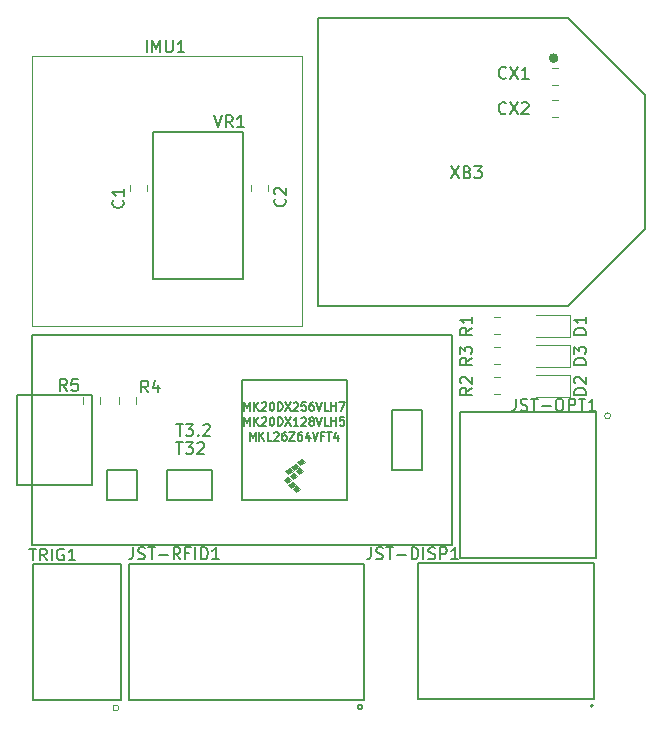
<source format=gto>
G04 #@! TF.GenerationSoftware,KiCad,Pcbnew,(5.1.2)-2*
G04 #@! TF.CreationDate,2019-09-19T18:24:46+10:00*
G04 #@! TF.ProjectId,Smart_eNERF_Gun,536d6172-745f-4654-9e45-52465f47756e,4.5*
G04 #@! TF.SameCoordinates,Original*
G04 #@! TF.FileFunction,Legend,Top*
G04 #@! TF.FilePolarity,Positive*
%FSLAX46Y46*%
G04 Gerber Fmt 4.6, Leading zero omitted, Abs format (unit mm)*
G04 Created by KiCad (PCBNEW (5.1.2)-2) date 2019-09-19 18:24:46*
%MOMM*%
%LPD*%
G04 APERTURE LIST*
%ADD10C,0.120000*%
%ADD11C,0.127000*%
%ADD12C,0.150000*%
%ADD13C,0.100000*%
%ADD14C,0.400000*%
%ADD15C,0.200000*%
G04 APERTURE END LIST*
D10*
X71706000Y-82466252D02*
X71706000Y-81943748D01*
X70286000Y-82466252D02*
X70286000Y-81943748D01*
D11*
X61989000Y-89907000D02*
X61989000Y-77507000D01*
X69589000Y-89907000D02*
X61989000Y-89907000D01*
X69589000Y-77507000D02*
X69589000Y-89907000D01*
X61989000Y-77507000D02*
X69589000Y-77507000D01*
D12*
X51692000Y-107342000D02*
X50422000Y-107342000D01*
X50422000Y-107342000D02*
X50422000Y-99722000D01*
X50422000Y-99722000D02*
X51692000Y-99722000D01*
X63122000Y-108612000D02*
X66932000Y-108612000D01*
X66932000Y-108612000D02*
X66932000Y-106072000D01*
X66932000Y-106072000D02*
X63122000Y-106072000D01*
X63122000Y-106072000D02*
X63122000Y-108612000D01*
X56772000Y-107342000D02*
X56772000Y-99722000D01*
X56772000Y-99722000D02*
X51692000Y-99722000D01*
X56772000Y-107342000D02*
X51692000Y-107342000D01*
X58042000Y-108612000D02*
X60582000Y-108612000D01*
X60582000Y-108612000D02*
X60582000Y-106072000D01*
X60582000Y-106072000D02*
X58042000Y-106072000D01*
X58042000Y-106072000D02*
X58042000Y-108612000D01*
X84712000Y-100992000D02*
X84712000Y-106072000D01*
X84712000Y-106072000D02*
X82172000Y-106072000D01*
X82172000Y-106072000D02*
X82172000Y-100992000D01*
X82172000Y-100992000D02*
X84712000Y-100992000D01*
X78362000Y-108612000D02*
X78362000Y-98452000D01*
X69472000Y-98452000D02*
X69472000Y-108612000D01*
X78362000Y-98452000D02*
X69472000Y-98452000D01*
X78362000Y-108612000D02*
X69472000Y-108612000D01*
X51692000Y-94642000D02*
X87252000Y-94642000D01*
X87252000Y-94642000D02*
X87252000Y-112422000D01*
X87252000Y-112422000D02*
X51692000Y-112422000D01*
X51692000Y-112422000D02*
X51692000Y-94642000D01*
D13*
G36*
X73409000Y-106453000D02*
G01*
X73155000Y-106199000D01*
X73536000Y-105945000D01*
X73790000Y-106199000D01*
X73409000Y-106453000D01*
G37*
X73409000Y-106453000D02*
X73155000Y-106199000D01*
X73536000Y-105945000D01*
X73790000Y-106199000D01*
X73409000Y-106453000D01*
G36*
X73790000Y-106834000D02*
G01*
X73536000Y-106580000D01*
X73917000Y-106326000D01*
X74171000Y-106580000D01*
X73790000Y-106834000D01*
G37*
X73790000Y-106834000D02*
X73536000Y-106580000D01*
X73917000Y-106326000D01*
X74171000Y-106580000D01*
X73790000Y-106834000D01*
G36*
X74425000Y-105691000D02*
G01*
X74171000Y-105437000D01*
X74552000Y-105183000D01*
X74806000Y-105437000D01*
X74425000Y-105691000D01*
G37*
X74425000Y-105691000D02*
X74171000Y-105437000D01*
X74552000Y-105183000D01*
X74806000Y-105437000D01*
X74425000Y-105691000D01*
G36*
X73663000Y-107596000D02*
G01*
X73409000Y-107342000D01*
X73790000Y-107088000D01*
X74044000Y-107342000D01*
X73663000Y-107596000D01*
G37*
X73663000Y-107596000D02*
X73409000Y-107342000D01*
X73790000Y-107088000D01*
X74044000Y-107342000D01*
X73663000Y-107596000D01*
G36*
X73917000Y-106072000D02*
G01*
X73663000Y-105818000D01*
X74044000Y-105564000D01*
X74298000Y-105818000D01*
X73917000Y-106072000D01*
G37*
X73917000Y-106072000D02*
X73663000Y-105818000D01*
X74044000Y-105564000D01*
X74298000Y-105818000D01*
X73917000Y-106072000D01*
G36*
X74044000Y-107977000D02*
G01*
X73790000Y-107723000D01*
X74171000Y-107469000D01*
X74425000Y-107723000D01*
X74044000Y-107977000D01*
G37*
X74044000Y-107977000D02*
X73790000Y-107723000D01*
X74171000Y-107469000D01*
X74425000Y-107723000D01*
X74044000Y-107977000D01*
G36*
X73282000Y-107215000D02*
G01*
X73028000Y-106961000D01*
X73409000Y-106707000D01*
X73663000Y-106961000D01*
X73282000Y-107215000D01*
G37*
X73282000Y-107215000D02*
X73028000Y-106961000D01*
X73409000Y-106707000D01*
X73663000Y-106961000D01*
X73282000Y-107215000D01*
G36*
X74298000Y-106453000D02*
G01*
X74044000Y-106199000D01*
X74425000Y-105945000D01*
X74679000Y-106199000D01*
X74298000Y-106453000D01*
G37*
X74298000Y-106453000D02*
X74044000Y-106199000D01*
X74425000Y-105945000D01*
X74679000Y-106199000D01*
X74298000Y-106453000D01*
D11*
X79800000Y-118538000D02*
X79800000Y-125538000D01*
X79800000Y-118518000D02*
X79800000Y-118538000D01*
X79702000Y-126138000D02*
G75*
G03X79702000Y-126138000I-200000J0D01*
G01*
X79800000Y-114038000D02*
X79800000Y-118518000D01*
X59900000Y-114038000D02*
X79800000Y-114038000D01*
X59900000Y-125538000D02*
X59900000Y-114038000D01*
X79800000Y-125538000D02*
X59900000Y-125538000D01*
X75974400Y-92229000D02*
X75974400Y-67845000D01*
D14*
X96092000Y-71209000D02*
G75*
G03X96092000Y-71209000I-200000J0D01*
G01*
D11*
X75974400Y-67845000D02*
X97081800Y-67845000D01*
X97081800Y-67845000D02*
X103609600Y-74372800D01*
X103609600Y-74372800D02*
X103609600Y-85701200D01*
X97081800Y-92229000D02*
X103609600Y-85701200D01*
X97081800Y-92229000D02*
X75974400Y-92229000D01*
D10*
X61419000Y-82457252D02*
X61419000Y-81934748D01*
X59999000Y-82457252D02*
X59999000Y-81934748D01*
X97240000Y-92920000D02*
X94380000Y-92920000D01*
X97240000Y-94840000D02*
X97240000Y-92920000D01*
X94380000Y-94840000D02*
X97240000Y-94840000D01*
X97240000Y-98000000D02*
X94380000Y-98000000D01*
X97240000Y-99920000D02*
X97240000Y-98000000D01*
X94380000Y-99920000D02*
X97240000Y-99920000D01*
X97240000Y-95460000D02*
X94380000Y-95460000D01*
X97240000Y-97380000D02*
X97240000Y-95460000D01*
X94380000Y-97380000D02*
X97240000Y-97380000D01*
X51692000Y-71020000D02*
X51692000Y-93880000D01*
X74552000Y-71020000D02*
X51692000Y-71020000D01*
X74552000Y-93880000D02*
X74552000Y-71020000D01*
X51692000Y-93880000D02*
X74552000Y-93880000D01*
D15*
X99210000Y-126032000D02*
G75*
G03X99210000Y-126032000I-100000J0D01*
G01*
D11*
X84374000Y-125432000D02*
X84374000Y-113932000D01*
X99274000Y-125432000D02*
X84374000Y-125432000D01*
X99274000Y-113932000D02*
X99274000Y-125432000D01*
X84374000Y-113932000D02*
X99274000Y-113932000D01*
D13*
X100714000Y-101500000D02*
G75*
G03X100714000Y-101500000I-254000J0D01*
G01*
D11*
X88000000Y-101142000D02*
X99500000Y-101142000D01*
X88000000Y-113542000D02*
X88000000Y-101142000D01*
X99500000Y-113542000D02*
X88000000Y-113542000D01*
X99500000Y-101142000D02*
X99500000Y-113542000D01*
D10*
X91323252Y-93170000D02*
X90800748Y-93170000D01*
X91323252Y-94590000D02*
X90800748Y-94590000D01*
X91323252Y-98250000D02*
X90800748Y-98250000D01*
X91323252Y-99670000D02*
X90800748Y-99670000D01*
X91323252Y-95710000D02*
X90800748Y-95710000D01*
X91323252Y-97130000D02*
X90800748Y-97130000D01*
X59107000Y-99941748D02*
X59107000Y-100464252D01*
X60527000Y-99941748D02*
X60527000Y-100464252D01*
X56040000Y-99941748D02*
X56040000Y-100464252D01*
X57460000Y-99941748D02*
X57460000Y-100464252D01*
D13*
X59080400Y-126238000D02*
G75*
G03X59080400Y-126238000I-254000J0D01*
G01*
D11*
X59224400Y-114032000D02*
X59224400Y-125532000D01*
X51824400Y-114032000D02*
X59224400Y-114032000D01*
X51824400Y-125532000D02*
X51824400Y-114032000D01*
X59224400Y-125532000D02*
X51824400Y-125532000D01*
D10*
X96261252Y-73460000D02*
X95738748Y-73460000D01*
X96261252Y-72040000D02*
X95738748Y-72040000D01*
X96261252Y-74790000D02*
X95738748Y-74790000D01*
X96261252Y-76210000D02*
X95738748Y-76210000D01*
D12*
X73131142Y-83124666D02*
X73178761Y-83172285D01*
X73226380Y-83315142D01*
X73226380Y-83410380D01*
X73178761Y-83553238D01*
X73083523Y-83648476D01*
X72988285Y-83696095D01*
X72797809Y-83743714D01*
X72654952Y-83743714D01*
X72464476Y-83696095D01*
X72369238Y-83648476D01*
X72274000Y-83553238D01*
X72226380Y-83410380D01*
X72226380Y-83315142D01*
X72274000Y-83172285D01*
X72321619Y-83124666D01*
X72321619Y-82743714D02*
X72274000Y-82696095D01*
X72226380Y-82600857D01*
X72226380Y-82362761D01*
X72274000Y-82267523D01*
X72321619Y-82219904D01*
X72416857Y-82172285D01*
X72512095Y-82172285D01*
X72654952Y-82219904D01*
X73226380Y-82791333D01*
X73226380Y-82172285D01*
X67146476Y-76060380D02*
X67479809Y-77060380D01*
X67813142Y-76060380D01*
X68717904Y-77060380D02*
X68384571Y-76584190D01*
X68146476Y-77060380D02*
X68146476Y-76060380D01*
X68527428Y-76060380D01*
X68622666Y-76108000D01*
X68670285Y-76155619D01*
X68717904Y-76250857D01*
X68717904Y-76393714D01*
X68670285Y-76488952D01*
X68622666Y-76536571D01*
X68527428Y-76584190D01*
X68146476Y-76584190D01*
X69670285Y-77060380D02*
X69098857Y-77060380D01*
X69384571Y-77060380D02*
X69384571Y-76060380D01*
X69289333Y-76203238D01*
X69194095Y-76298476D01*
X69098857Y-76346095D01*
X63912904Y-103719380D02*
X64484333Y-103719380D01*
X64198619Y-104719380D02*
X64198619Y-103719380D01*
X64722428Y-103719380D02*
X65341476Y-103719380D01*
X65008142Y-104100333D01*
X65151000Y-104100333D01*
X65246238Y-104147952D01*
X65293857Y-104195571D01*
X65341476Y-104290809D01*
X65341476Y-104528904D01*
X65293857Y-104624142D01*
X65246238Y-104671761D01*
X65151000Y-104719380D01*
X64865285Y-104719380D01*
X64770047Y-104671761D01*
X64722428Y-104624142D01*
X65722428Y-103814619D02*
X65770047Y-103767000D01*
X65865285Y-103719380D01*
X66103380Y-103719380D01*
X66198619Y-103767000D01*
X66246238Y-103814619D01*
X66293857Y-103909857D01*
X66293857Y-104005095D01*
X66246238Y-104147952D01*
X65674809Y-104719380D01*
X66293857Y-104719380D01*
X63928809Y-102195380D02*
X64500238Y-102195380D01*
X64214523Y-103195380D02*
X64214523Y-102195380D01*
X64738333Y-102195380D02*
X65357380Y-102195380D01*
X65024047Y-102576333D01*
X65166904Y-102576333D01*
X65262142Y-102623952D01*
X65309761Y-102671571D01*
X65357380Y-102766809D01*
X65357380Y-103004904D01*
X65309761Y-103100142D01*
X65262142Y-103147761D01*
X65166904Y-103195380D01*
X64881190Y-103195380D01*
X64785952Y-103147761D01*
X64738333Y-103100142D01*
X65785952Y-103100142D02*
X65833571Y-103147761D01*
X65785952Y-103195380D01*
X65738333Y-103147761D01*
X65785952Y-103100142D01*
X65785952Y-103195380D01*
X66214523Y-102290619D02*
X66262142Y-102243000D01*
X66357380Y-102195380D01*
X66595476Y-102195380D01*
X66690714Y-102243000D01*
X66738333Y-102290619D01*
X66785952Y-102385857D01*
X66785952Y-102481095D01*
X66738333Y-102623952D01*
X66166904Y-103195380D01*
X66785952Y-103195380D01*
X69700333Y-101054666D02*
X69700333Y-100354666D01*
X69933666Y-100854666D01*
X70167000Y-100354666D01*
X70167000Y-101054666D01*
X70500333Y-101054666D02*
X70500333Y-100354666D01*
X70900333Y-101054666D02*
X70600333Y-100654666D01*
X70900333Y-100354666D02*
X70500333Y-100754666D01*
X71167000Y-100421333D02*
X71200333Y-100388000D01*
X71267000Y-100354666D01*
X71433666Y-100354666D01*
X71500333Y-100388000D01*
X71533666Y-100421333D01*
X71567000Y-100488000D01*
X71567000Y-100554666D01*
X71533666Y-100654666D01*
X71133666Y-101054666D01*
X71567000Y-101054666D01*
X72000333Y-100354666D02*
X72067000Y-100354666D01*
X72133666Y-100388000D01*
X72167000Y-100421333D01*
X72200333Y-100488000D01*
X72233666Y-100621333D01*
X72233666Y-100788000D01*
X72200333Y-100921333D01*
X72167000Y-100988000D01*
X72133666Y-101021333D01*
X72067000Y-101054666D01*
X72000333Y-101054666D01*
X71933666Y-101021333D01*
X71900333Y-100988000D01*
X71867000Y-100921333D01*
X71833666Y-100788000D01*
X71833666Y-100621333D01*
X71867000Y-100488000D01*
X71900333Y-100421333D01*
X71933666Y-100388000D01*
X72000333Y-100354666D01*
X72533666Y-101054666D02*
X72533666Y-100354666D01*
X72700333Y-100354666D01*
X72800333Y-100388000D01*
X72867000Y-100454666D01*
X72900333Y-100521333D01*
X72933666Y-100654666D01*
X72933666Y-100754666D01*
X72900333Y-100888000D01*
X72867000Y-100954666D01*
X72800333Y-101021333D01*
X72700333Y-101054666D01*
X72533666Y-101054666D01*
X73167000Y-100354666D02*
X73633666Y-101054666D01*
X73633666Y-100354666D02*
X73167000Y-101054666D01*
X73867000Y-100421333D02*
X73900333Y-100388000D01*
X73967000Y-100354666D01*
X74133666Y-100354666D01*
X74200333Y-100388000D01*
X74233666Y-100421333D01*
X74267000Y-100488000D01*
X74267000Y-100554666D01*
X74233666Y-100654666D01*
X73833666Y-101054666D01*
X74267000Y-101054666D01*
X74900333Y-100354666D02*
X74567000Y-100354666D01*
X74533666Y-100688000D01*
X74567000Y-100654666D01*
X74633666Y-100621333D01*
X74800333Y-100621333D01*
X74867000Y-100654666D01*
X74900333Y-100688000D01*
X74933666Y-100754666D01*
X74933666Y-100921333D01*
X74900333Y-100988000D01*
X74867000Y-101021333D01*
X74800333Y-101054666D01*
X74633666Y-101054666D01*
X74567000Y-101021333D01*
X74533666Y-100988000D01*
X75533666Y-100354666D02*
X75400333Y-100354666D01*
X75333666Y-100388000D01*
X75300333Y-100421333D01*
X75233666Y-100521333D01*
X75200333Y-100654666D01*
X75200333Y-100921333D01*
X75233666Y-100988000D01*
X75267000Y-101021333D01*
X75333666Y-101054666D01*
X75467000Y-101054666D01*
X75533666Y-101021333D01*
X75567000Y-100988000D01*
X75600333Y-100921333D01*
X75600333Y-100754666D01*
X75567000Y-100688000D01*
X75533666Y-100654666D01*
X75467000Y-100621333D01*
X75333666Y-100621333D01*
X75267000Y-100654666D01*
X75233666Y-100688000D01*
X75200333Y-100754666D01*
X75800333Y-100354666D02*
X76033666Y-101054666D01*
X76267000Y-100354666D01*
X76833666Y-101054666D02*
X76500333Y-101054666D01*
X76500333Y-100354666D01*
X77067000Y-101054666D02*
X77067000Y-100354666D01*
X77067000Y-100688000D02*
X77467000Y-100688000D01*
X77467000Y-101054666D02*
X77467000Y-100354666D01*
X77733666Y-100354666D02*
X78200333Y-100354666D01*
X77900333Y-101054666D01*
X70183666Y-103594666D02*
X70183666Y-102894666D01*
X70417000Y-103394666D01*
X70650333Y-102894666D01*
X70650333Y-103594666D01*
X70983666Y-103594666D02*
X70983666Y-102894666D01*
X71383666Y-103594666D02*
X71083666Y-103194666D01*
X71383666Y-102894666D02*
X70983666Y-103294666D01*
X72017000Y-103594666D02*
X71683666Y-103594666D01*
X71683666Y-102894666D01*
X72217000Y-102961333D02*
X72250333Y-102928000D01*
X72317000Y-102894666D01*
X72483666Y-102894666D01*
X72550333Y-102928000D01*
X72583666Y-102961333D01*
X72617000Y-103028000D01*
X72617000Y-103094666D01*
X72583666Y-103194666D01*
X72183666Y-103594666D01*
X72617000Y-103594666D01*
X73217000Y-102894666D02*
X73083666Y-102894666D01*
X73017000Y-102928000D01*
X72983666Y-102961333D01*
X72917000Y-103061333D01*
X72883666Y-103194666D01*
X72883666Y-103461333D01*
X72917000Y-103528000D01*
X72950333Y-103561333D01*
X73017000Y-103594666D01*
X73150333Y-103594666D01*
X73217000Y-103561333D01*
X73250333Y-103528000D01*
X73283666Y-103461333D01*
X73283666Y-103294666D01*
X73250333Y-103228000D01*
X73217000Y-103194666D01*
X73150333Y-103161333D01*
X73017000Y-103161333D01*
X72950333Y-103194666D01*
X72917000Y-103228000D01*
X72883666Y-103294666D01*
X73517000Y-102894666D02*
X73983666Y-102894666D01*
X73517000Y-103594666D01*
X73983666Y-103594666D01*
X74550333Y-102894666D02*
X74417000Y-102894666D01*
X74350333Y-102928000D01*
X74317000Y-102961333D01*
X74250333Y-103061333D01*
X74217000Y-103194666D01*
X74217000Y-103461333D01*
X74250333Y-103528000D01*
X74283666Y-103561333D01*
X74350333Y-103594666D01*
X74483666Y-103594666D01*
X74550333Y-103561333D01*
X74583666Y-103528000D01*
X74617000Y-103461333D01*
X74617000Y-103294666D01*
X74583666Y-103228000D01*
X74550333Y-103194666D01*
X74483666Y-103161333D01*
X74350333Y-103161333D01*
X74283666Y-103194666D01*
X74250333Y-103228000D01*
X74217000Y-103294666D01*
X75217000Y-103128000D02*
X75217000Y-103594666D01*
X75050333Y-102861333D02*
X74883666Y-103361333D01*
X75317000Y-103361333D01*
X75483666Y-102894666D02*
X75717000Y-103594666D01*
X75950333Y-102894666D01*
X76417000Y-103228000D02*
X76183666Y-103228000D01*
X76183666Y-103594666D02*
X76183666Y-102894666D01*
X76517000Y-102894666D01*
X76683666Y-102894666D02*
X77083666Y-102894666D01*
X76883666Y-103594666D02*
X76883666Y-102894666D01*
X77617000Y-103128000D02*
X77617000Y-103594666D01*
X77450333Y-102861333D02*
X77283666Y-103361333D01*
X77717000Y-103361333D01*
X69700333Y-102324666D02*
X69700333Y-101624666D01*
X69933666Y-102124666D01*
X70167000Y-101624666D01*
X70167000Y-102324666D01*
X70500333Y-102324666D02*
X70500333Y-101624666D01*
X70900333Y-102324666D02*
X70600333Y-101924666D01*
X70900333Y-101624666D02*
X70500333Y-102024666D01*
X71167000Y-101691333D02*
X71200333Y-101658000D01*
X71267000Y-101624666D01*
X71433666Y-101624666D01*
X71500333Y-101658000D01*
X71533666Y-101691333D01*
X71567000Y-101758000D01*
X71567000Y-101824666D01*
X71533666Y-101924666D01*
X71133666Y-102324666D01*
X71567000Y-102324666D01*
X72000333Y-101624666D02*
X72067000Y-101624666D01*
X72133666Y-101658000D01*
X72167000Y-101691333D01*
X72200333Y-101758000D01*
X72233666Y-101891333D01*
X72233666Y-102058000D01*
X72200333Y-102191333D01*
X72167000Y-102258000D01*
X72133666Y-102291333D01*
X72067000Y-102324666D01*
X72000333Y-102324666D01*
X71933666Y-102291333D01*
X71900333Y-102258000D01*
X71867000Y-102191333D01*
X71833666Y-102058000D01*
X71833666Y-101891333D01*
X71867000Y-101758000D01*
X71900333Y-101691333D01*
X71933666Y-101658000D01*
X72000333Y-101624666D01*
X72533666Y-102324666D02*
X72533666Y-101624666D01*
X72700333Y-101624666D01*
X72800333Y-101658000D01*
X72867000Y-101724666D01*
X72900333Y-101791333D01*
X72933666Y-101924666D01*
X72933666Y-102024666D01*
X72900333Y-102158000D01*
X72867000Y-102224666D01*
X72800333Y-102291333D01*
X72700333Y-102324666D01*
X72533666Y-102324666D01*
X73167000Y-101624666D02*
X73633666Y-102324666D01*
X73633666Y-101624666D02*
X73167000Y-102324666D01*
X74267000Y-102324666D02*
X73867000Y-102324666D01*
X74067000Y-102324666D02*
X74067000Y-101624666D01*
X74000333Y-101724666D01*
X73933666Y-101791333D01*
X73867000Y-101824666D01*
X74533666Y-101691333D02*
X74567000Y-101658000D01*
X74633666Y-101624666D01*
X74800333Y-101624666D01*
X74867000Y-101658000D01*
X74900333Y-101691333D01*
X74933666Y-101758000D01*
X74933666Y-101824666D01*
X74900333Y-101924666D01*
X74500333Y-102324666D01*
X74933666Y-102324666D01*
X75333666Y-101924666D02*
X75267000Y-101891333D01*
X75233666Y-101858000D01*
X75200333Y-101791333D01*
X75200333Y-101758000D01*
X75233666Y-101691333D01*
X75267000Y-101658000D01*
X75333666Y-101624666D01*
X75467000Y-101624666D01*
X75533666Y-101658000D01*
X75567000Y-101691333D01*
X75600333Y-101758000D01*
X75600333Y-101791333D01*
X75567000Y-101858000D01*
X75533666Y-101891333D01*
X75467000Y-101924666D01*
X75333666Y-101924666D01*
X75267000Y-101958000D01*
X75233666Y-101991333D01*
X75200333Y-102058000D01*
X75200333Y-102191333D01*
X75233666Y-102258000D01*
X75267000Y-102291333D01*
X75333666Y-102324666D01*
X75467000Y-102324666D01*
X75533666Y-102291333D01*
X75567000Y-102258000D01*
X75600333Y-102191333D01*
X75600333Y-102058000D01*
X75567000Y-101991333D01*
X75533666Y-101958000D01*
X75467000Y-101924666D01*
X75800333Y-101624666D02*
X76033666Y-102324666D01*
X76267000Y-101624666D01*
X76833666Y-102324666D02*
X76500333Y-102324666D01*
X76500333Y-101624666D01*
X77067000Y-102324666D02*
X77067000Y-101624666D01*
X77067000Y-101958000D02*
X77467000Y-101958000D01*
X77467000Y-102324666D02*
X77467000Y-101624666D01*
X78133666Y-101624666D02*
X77800333Y-101624666D01*
X77767000Y-101958000D01*
X77800333Y-101924666D01*
X77867000Y-101891333D01*
X78033666Y-101891333D01*
X78100333Y-101924666D01*
X78133666Y-101958000D01*
X78167000Y-102024666D01*
X78167000Y-102191333D01*
X78133666Y-102258000D01*
X78100333Y-102291333D01*
X78033666Y-102324666D01*
X77867000Y-102324666D01*
X77800333Y-102291333D01*
X77767000Y-102258000D01*
X60277809Y-112636380D02*
X60277809Y-113350666D01*
X60230190Y-113493523D01*
X60134952Y-113588761D01*
X59992095Y-113636380D01*
X59896857Y-113636380D01*
X60706380Y-113588761D02*
X60849238Y-113636380D01*
X61087333Y-113636380D01*
X61182571Y-113588761D01*
X61230190Y-113541142D01*
X61277809Y-113445904D01*
X61277809Y-113350666D01*
X61230190Y-113255428D01*
X61182571Y-113207809D01*
X61087333Y-113160190D01*
X60896857Y-113112571D01*
X60801619Y-113064952D01*
X60754000Y-113017333D01*
X60706380Y-112922095D01*
X60706380Y-112826857D01*
X60754000Y-112731619D01*
X60801619Y-112684000D01*
X60896857Y-112636380D01*
X61134952Y-112636380D01*
X61277809Y-112684000D01*
X61563523Y-112636380D02*
X62134952Y-112636380D01*
X61849238Y-113636380D02*
X61849238Y-112636380D01*
X62468285Y-113255428D02*
X63230190Y-113255428D01*
X64277809Y-113636380D02*
X63944476Y-113160190D01*
X63706380Y-113636380D02*
X63706380Y-112636380D01*
X64087333Y-112636380D01*
X64182571Y-112684000D01*
X64230190Y-112731619D01*
X64277809Y-112826857D01*
X64277809Y-112969714D01*
X64230190Y-113064952D01*
X64182571Y-113112571D01*
X64087333Y-113160190D01*
X63706380Y-113160190D01*
X65039714Y-113112571D02*
X64706380Y-113112571D01*
X64706380Y-113636380D02*
X64706380Y-112636380D01*
X65182571Y-112636380D01*
X65563523Y-113636380D02*
X65563523Y-112636380D01*
X66039714Y-113636380D02*
X66039714Y-112636380D01*
X66277809Y-112636380D01*
X66420666Y-112684000D01*
X66515904Y-112779238D01*
X66563523Y-112874476D01*
X66611142Y-113064952D01*
X66611142Y-113207809D01*
X66563523Y-113398285D01*
X66515904Y-113493523D01*
X66420666Y-113588761D01*
X66277809Y-113636380D01*
X66039714Y-113636380D01*
X67563523Y-113636380D02*
X66992095Y-113636380D01*
X67277809Y-113636380D02*
X67277809Y-112636380D01*
X67182571Y-112779238D01*
X67087333Y-112874476D01*
X66992095Y-112922095D01*
X87212476Y-80378380D02*
X87879142Y-81378380D01*
X87879142Y-80378380D02*
X87212476Y-81378380D01*
X88593428Y-80854571D02*
X88736285Y-80902190D01*
X88783904Y-80949809D01*
X88831523Y-81045047D01*
X88831523Y-81187904D01*
X88783904Y-81283142D01*
X88736285Y-81330761D01*
X88641047Y-81378380D01*
X88260095Y-81378380D01*
X88260095Y-80378380D01*
X88593428Y-80378380D01*
X88688666Y-80426000D01*
X88736285Y-80473619D01*
X88783904Y-80568857D01*
X88783904Y-80664095D01*
X88736285Y-80759333D01*
X88688666Y-80806952D01*
X88593428Y-80854571D01*
X88260095Y-80854571D01*
X89164857Y-80378380D02*
X89783904Y-80378380D01*
X89450571Y-80759333D01*
X89593428Y-80759333D01*
X89688666Y-80806952D01*
X89736285Y-80854571D01*
X89783904Y-80949809D01*
X89783904Y-81187904D01*
X89736285Y-81283142D01*
X89688666Y-81330761D01*
X89593428Y-81378380D01*
X89307714Y-81378380D01*
X89212476Y-81330761D01*
X89164857Y-81283142D01*
X59415142Y-83251666D02*
X59462761Y-83299285D01*
X59510380Y-83442142D01*
X59510380Y-83537380D01*
X59462761Y-83680238D01*
X59367523Y-83775476D01*
X59272285Y-83823095D01*
X59081809Y-83870714D01*
X58938952Y-83870714D01*
X58748476Y-83823095D01*
X58653238Y-83775476D01*
X58558000Y-83680238D01*
X58510380Y-83537380D01*
X58510380Y-83442142D01*
X58558000Y-83299285D01*
X58605619Y-83251666D01*
X59510380Y-82299285D02*
X59510380Y-82870714D01*
X59510380Y-82585000D02*
X58510380Y-82585000D01*
X58653238Y-82680238D01*
X58748476Y-82775476D01*
X58796095Y-82870714D01*
X98626380Y-94618095D02*
X97626380Y-94618095D01*
X97626380Y-94380000D01*
X97674000Y-94237142D01*
X97769238Y-94141904D01*
X97864476Y-94094285D01*
X98054952Y-94046666D01*
X98197809Y-94046666D01*
X98388285Y-94094285D01*
X98483523Y-94141904D01*
X98578761Y-94237142D01*
X98626380Y-94380000D01*
X98626380Y-94618095D01*
X98626380Y-93094285D02*
X98626380Y-93665714D01*
X98626380Y-93380000D02*
X97626380Y-93380000D01*
X97769238Y-93475238D01*
X97864476Y-93570476D01*
X97912095Y-93665714D01*
X98626380Y-99698095D02*
X97626380Y-99698095D01*
X97626380Y-99460000D01*
X97674000Y-99317142D01*
X97769238Y-99221904D01*
X97864476Y-99174285D01*
X98054952Y-99126666D01*
X98197809Y-99126666D01*
X98388285Y-99174285D01*
X98483523Y-99221904D01*
X98578761Y-99317142D01*
X98626380Y-99460000D01*
X98626380Y-99698095D01*
X97721619Y-98745714D02*
X97674000Y-98698095D01*
X97626380Y-98602857D01*
X97626380Y-98364761D01*
X97674000Y-98269523D01*
X97721619Y-98221904D01*
X97816857Y-98174285D01*
X97912095Y-98174285D01*
X98054952Y-98221904D01*
X98626380Y-98793333D01*
X98626380Y-98174285D01*
X98626380Y-97158095D02*
X97626380Y-97158095D01*
X97626380Y-96920000D01*
X97674000Y-96777142D01*
X97769238Y-96681904D01*
X97864476Y-96634285D01*
X98054952Y-96586666D01*
X98197809Y-96586666D01*
X98388285Y-96634285D01*
X98483523Y-96681904D01*
X98578761Y-96777142D01*
X98626380Y-96920000D01*
X98626380Y-97158095D01*
X97626380Y-96253333D02*
X97626380Y-95634285D01*
X98007333Y-95967619D01*
X98007333Y-95824761D01*
X98054952Y-95729523D01*
X98102571Y-95681904D01*
X98197809Y-95634285D01*
X98435904Y-95634285D01*
X98531142Y-95681904D01*
X98578761Y-95729523D01*
X98626380Y-95824761D01*
X98626380Y-96110476D01*
X98578761Y-96205714D01*
X98531142Y-96253333D01*
X61428571Y-70702380D02*
X61428571Y-69702380D01*
X61904761Y-70702380D02*
X61904761Y-69702380D01*
X62238095Y-70416666D01*
X62571428Y-69702380D01*
X62571428Y-70702380D01*
X63047619Y-69702380D02*
X63047619Y-70511904D01*
X63095238Y-70607142D01*
X63142857Y-70654761D01*
X63238095Y-70702380D01*
X63428571Y-70702380D01*
X63523809Y-70654761D01*
X63571428Y-70607142D01*
X63619047Y-70511904D01*
X63619047Y-69702380D01*
X64619047Y-70702380D02*
X64047619Y-70702380D01*
X64333333Y-70702380D02*
X64333333Y-69702380D01*
X64238095Y-69845238D01*
X64142857Y-69940476D01*
X64047619Y-69988095D01*
X80426190Y-112636380D02*
X80426190Y-113350666D01*
X80378571Y-113493523D01*
X80283333Y-113588761D01*
X80140476Y-113636380D01*
X80045238Y-113636380D01*
X80854761Y-113588761D02*
X80997619Y-113636380D01*
X81235714Y-113636380D01*
X81330952Y-113588761D01*
X81378571Y-113541142D01*
X81426190Y-113445904D01*
X81426190Y-113350666D01*
X81378571Y-113255428D01*
X81330952Y-113207809D01*
X81235714Y-113160190D01*
X81045238Y-113112571D01*
X80950000Y-113064952D01*
X80902380Y-113017333D01*
X80854761Y-112922095D01*
X80854761Y-112826857D01*
X80902380Y-112731619D01*
X80950000Y-112684000D01*
X81045238Y-112636380D01*
X81283333Y-112636380D01*
X81426190Y-112684000D01*
X81711904Y-112636380D02*
X82283333Y-112636380D01*
X81997619Y-113636380D02*
X81997619Y-112636380D01*
X82616666Y-113255428D02*
X83378571Y-113255428D01*
X83854761Y-113636380D02*
X83854761Y-112636380D01*
X84092857Y-112636380D01*
X84235714Y-112684000D01*
X84330952Y-112779238D01*
X84378571Y-112874476D01*
X84426190Y-113064952D01*
X84426190Y-113207809D01*
X84378571Y-113398285D01*
X84330952Y-113493523D01*
X84235714Y-113588761D01*
X84092857Y-113636380D01*
X83854761Y-113636380D01*
X84854761Y-113636380D02*
X84854761Y-112636380D01*
X85283333Y-113588761D02*
X85426190Y-113636380D01*
X85664285Y-113636380D01*
X85759523Y-113588761D01*
X85807142Y-113541142D01*
X85854761Y-113445904D01*
X85854761Y-113350666D01*
X85807142Y-113255428D01*
X85759523Y-113207809D01*
X85664285Y-113160190D01*
X85473809Y-113112571D01*
X85378571Y-113064952D01*
X85330952Y-113017333D01*
X85283333Y-112922095D01*
X85283333Y-112826857D01*
X85330952Y-112731619D01*
X85378571Y-112684000D01*
X85473809Y-112636380D01*
X85711904Y-112636380D01*
X85854761Y-112684000D01*
X86283333Y-113636380D02*
X86283333Y-112636380D01*
X86664285Y-112636380D01*
X86759523Y-112684000D01*
X86807142Y-112731619D01*
X86854761Y-112826857D01*
X86854761Y-112969714D01*
X86807142Y-113064952D01*
X86759523Y-113112571D01*
X86664285Y-113160190D01*
X86283333Y-113160190D01*
X87807142Y-113636380D02*
X87235714Y-113636380D01*
X87521428Y-113636380D02*
X87521428Y-112636380D01*
X87426190Y-112779238D01*
X87330952Y-112874476D01*
X87235714Y-112922095D01*
X92673714Y-100063380D02*
X92673714Y-100777666D01*
X92626095Y-100920523D01*
X92530857Y-101015761D01*
X92388000Y-101063380D01*
X92292761Y-101063380D01*
X93102285Y-101015761D02*
X93245142Y-101063380D01*
X93483238Y-101063380D01*
X93578476Y-101015761D01*
X93626095Y-100968142D01*
X93673714Y-100872904D01*
X93673714Y-100777666D01*
X93626095Y-100682428D01*
X93578476Y-100634809D01*
X93483238Y-100587190D01*
X93292761Y-100539571D01*
X93197523Y-100491952D01*
X93149904Y-100444333D01*
X93102285Y-100349095D01*
X93102285Y-100253857D01*
X93149904Y-100158619D01*
X93197523Y-100111000D01*
X93292761Y-100063380D01*
X93530857Y-100063380D01*
X93673714Y-100111000D01*
X93959428Y-100063380D02*
X94530857Y-100063380D01*
X94245142Y-101063380D02*
X94245142Y-100063380D01*
X94864190Y-100682428D02*
X95626095Y-100682428D01*
X96292761Y-100063380D02*
X96483238Y-100063380D01*
X96578476Y-100111000D01*
X96673714Y-100206238D01*
X96721333Y-100396714D01*
X96721333Y-100730047D01*
X96673714Y-100920523D01*
X96578476Y-101015761D01*
X96483238Y-101063380D01*
X96292761Y-101063380D01*
X96197523Y-101015761D01*
X96102285Y-100920523D01*
X96054666Y-100730047D01*
X96054666Y-100396714D01*
X96102285Y-100206238D01*
X96197523Y-100111000D01*
X96292761Y-100063380D01*
X97149904Y-101063380D02*
X97149904Y-100063380D01*
X97530857Y-100063380D01*
X97626095Y-100111000D01*
X97673714Y-100158619D01*
X97721333Y-100253857D01*
X97721333Y-100396714D01*
X97673714Y-100491952D01*
X97626095Y-100539571D01*
X97530857Y-100587190D01*
X97149904Y-100587190D01*
X98007047Y-100063380D02*
X98578476Y-100063380D01*
X98292761Y-101063380D02*
X98292761Y-100063380D01*
X99435619Y-101063380D02*
X98864190Y-101063380D01*
X99149904Y-101063380D02*
X99149904Y-100063380D01*
X99054666Y-100206238D01*
X98959428Y-100301476D01*
X98864190Y-100349095D01*
X88974380Y-94046666D02*
X88498190Y-94380000D01*
X88974380Y-94618095D02*
X87974380Y-94618095D01*
X87974380Y-94237142D01*
X88022000Y-94141904D01*
X88069619Y-94094285D01*
X88164857Y-94046666D01*
X88307714Y-94046666D01*
X88402952Y-94094285D01*
X88450571Y-94141904D01*
X88498190Y-94237142D01*
X88498190Y-94618095D01*
X88974380Y-93094285D02*
X88974380Y-93665714D01*
X88974380Y-93380000D02*
X87974380Y-93380000D01*
X88117238Y-93475238D01*
X88212476Y-93570476D01*
X88260095Y-93665714D01*
X88974380Y-99126666D02*
X88498190Y-99460000D01*
X88974380Y-99698095D02*
X87974380Y-99698095D01*
X87974380Y-99317142D01*
X88022000Y-99221904D01*
X88069619Y-99174285D01*
X88164857Y-99126666D01*
X88307714Y-99126666D01*
X88402952Y-99174285D01*
X88450571Y-99221904D01*
X88498190Y-99317142D01*
X88498190Y-99698095D01*
X88069619Y-98745714D02*
X88022000Y-98698095D01*
X87974380Y-98602857D01*
X87974380Y-98364761D01*
X88022000Y-98269523D01*
X88069619Y-98221904D01*
X88164857Y-98174285D01*
X88260095Y-98174285D01*
X88402952Y-98221904D01*
X88974380Y-98793333D01*
X88974380Y-98174285D01*
X88974380Y-96586666D02*
X88498190Y-96920000D01*
X88974380Y-97158095D02*
X87974380Y-97158095D01*
X87974380Y-96777142D01*
X88022000Y-96681904D01*
X88069619Y-96634285D01*
X88164857Y-96586666D01*
X88307714Y-96586666D01*
X88402952Y-96634285D01*
X88450571Y-96681904D01*
X88498190Y-96777142D01*
X88498190Y-97158095D01*
X87974380Y-96253333D02*
X87974380Y-95634285D01*
X88355333Y-95967619D01*
X88355333Y-95824761D01*
X88402952Y-95729523D01*
X88450571Y-95681904D01*
X88545809Y-95634285D01*
X88783904Y-95634285D01*
X88879142Y-95681904D01*
X88926761Y-95729523D01*
X88974380Y-95824761D01*
X88974380Y-96110476D01*
X88926761Y-96205714D01*
X88879142Y-96253333D01*
X61555333Y-99512380D02*
X61222000Y-99036190D01*
X60983904Y-99512380D02*
X60983904Y-98512380D01*
X61364857Y-98512380D01*
X61460095Y-98560000D01*
X61507714Y-98607619D01*
X61555333Y-98702857D01*
X61555333Y-98845714D01*
X61507714Y-98940952D01*
X61460095Y-98988571D01*
X61364857Y-99036190D01*
X60983904Y-99036190D01*
X62412476Y-98845714D02*
X62412476Y-99512380D01*
X62174380Y-98464761D02*
X61936285Y-99179047D01*
X62555333Y-99179047D01*
X54678333Y-99385380D02*
X54345000Y-98909190D01*
X54106904Y-99385380D02*
X54106904Y-98385380D01*
X54487857Y-98385380D01*
X54583095Y-98433000D01*
X54630714Y-98480619D01*
X54678333Y-98575857D01*
X54678333Y-98718714D01*
X54630714Y-98813952D01*
X54583095Y-98861571D01*
X54487857Y-98909190D01*
X54106904Y-98909190D01*
X55583095Y-98385380D02*
X55106904Y-98385380D01*
X55059285Y-98861571D01*
X55106904Y-98813952D01*
X55202142Y-98766333D01*
X55440238Y-98766333D01*
X55535476Y-98813952D01*
X55583095Y-98861571D01*
X55630714Y-98956809D01*
X55630714Y-99194904D01*
X55583095Y-99290142D01*
X55535476Y-99337761D01*
X55440238Y-99385380D01*
X55202142Y-99385380D01*
X55106904Y-99337761D01*
X55059285Y-99290142D01*
X51492400Y-112736380D02*
X52063828Y-112736380D01*
X51778114Y-113736380D02*
X51778114Y-112736380D01*
X52968590Y-113736380D02*
X52635257Y-113260190D01*
X52397161Y-113736380D02*
X52397161Y-112736380D01*
X52778114Y-112736380D01*
X52873352Y-112784000D01*
X52920971Y-112831619D01*
X52968590Y-112926857D01*
X52968590Y-113069714D01*
X52920971Y-113164952D01*
X52873352Y-113212571D01*
X52778114Y-113260190D01*
X52397161Y-113260190D01*
X53397161Y-113736380D02*
X53397161Y-112736380D01*
X54397161Y-112784000D02*
X54301923Y-112736380D01*
X54159066Y-112736380D01*
X54016209Y-112784000D01*
X53920971Y-112879238D01*
X53873352Y-112974476D01*
X53825733Y-113164952D01*
X53825733Y-113307809D01*
X53873352Y-113498285D01*
X53920971Y-113593523D01*
X54016209Y-113688761D01*
X54159066Y-113736380D01*
X54254304Y-113736380D01*
X54397161Y-113688761D01*
X54444780Y-113641142D01*
X54444780Y-113307809D01*
X54254304Y-113307809D01*
X55397161Y-113736380D02*
X54825733Y-113736380D01*
X55111447Y-113736380D02*
X55111447Y-112736380D01*
X55016209Y-112879238D01*
X54920971Y-112974476D01*
X54825733Y-113022095D01*
X91857142Y-72857142D02*
X91809523Y-72904761D01*
X91666666Y-72952380D01*
X91571428Y-72952380D01*
X91428571Y-72904761D01*
X91333333Y-72809523D01*
X91285714Y-72714285D01*
X91238095Y-72523809D01*
X91238095Y-72380952D01*
X91285714Y-72190476D01*
X91333333Y-72095238D01*
X91428571Y-72000000D01*
X91571428Y-71952380D01*
X91666666Y-71952380D01*
X91809523Y-72000000D01*
X91857142Y-72047619D01*
X92190476Y-71952380D02*
X92857142Y-72952380D01*
X92857142Y-71952380D02*
X92190476Y-72952380D01*
X93761904Y-72952380D02*
X93190476Y-72952380D01*
X93476190Y-72952380D02*
X93476190Y-71952380D01*
X93380952Y-72095238D01*
X93285714Y-72190476D01*
X93190476Y-72238095D01*
X91857142Y-75857142D02*
X91809523Y-75904761D01*
X91666666Y-75952380D01*
X91571428Y-75952380D01*
X91428571Y-75904761D01*
X91333333Y-75809523D01*
X91285714Y-75714285D01*
X91238095Y-75523809D01*
X91238095Y-75380952D01*
X91285714Y-75190476D01*
X91333333Y-75095238D01*
X91428571Y-75000000D01*
X91571428Y-74952380D01*
X91666666Y-74952380D01*
X91809523Y-75000000D01*
X91857142Y-75047619D01*
X92190476Y-74952380D02*
X92857142Y-75952380D01*
X92857142Y-74952380D02*
X92190476Y-75952380D01*
X93190476Y-75047619D02*
X93238095Y-75000000D01*
X93333333Y-74952380D01*
X93571428Y-74952380D01*
X93666666Y-75000000D01*
X93714285Y-75047619D01*
X93761904Y-75142857D01*
X93761904Y-75238095D01*
X93714285Y-75380952D01*
X93142857Y-75952380D01*
X93761904Y-75952380D01*
M02*

</source>
